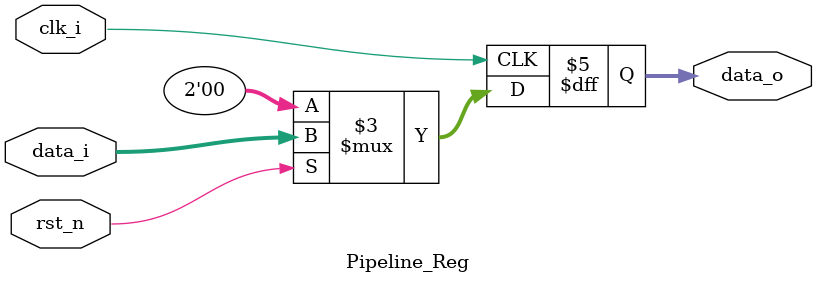
<source format=v>
module Pipeline_Reg(clk_i, rst_n, data_i, data_o);

parameter size = 0;
input wire clk_i;
input wire rst_n;
input wire [size-1:0] data_i;
output reg[size-1:0] data_o;



always @(posedge clk_i)begin
    if(rst_n) 
        data_o <= data_i;
    else 
        data_o <= 0;
end

endmodule
</source>
